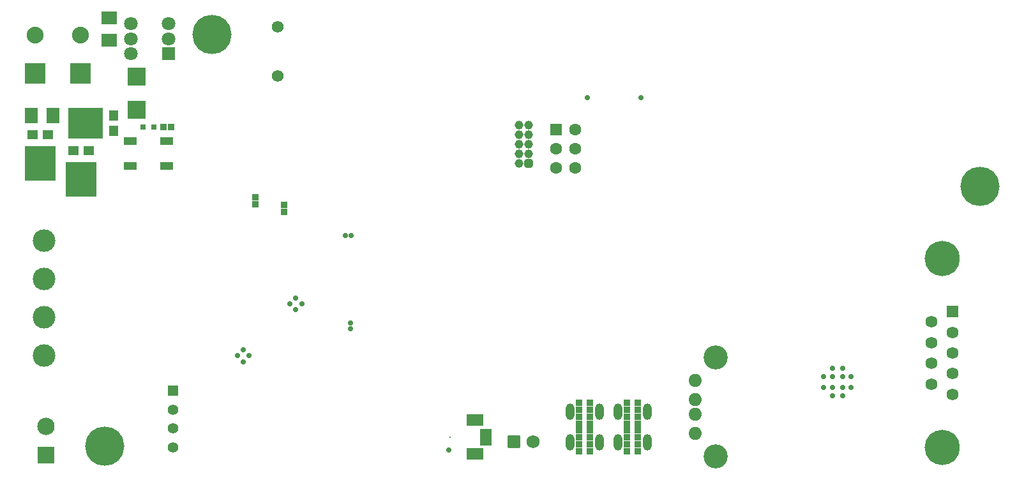
<source format=gbs>
G04*
G04 #@! TF.GenerationSoftware,Altium Limited,Altium Designer,21.9.1 (22)*
G04*
G04 Layer_Color=16711935*
%FSLAX25Y25*%
%MOIN*%
G70*
G04*
G04 #@! TF.SameCoordinates,D67FD960-D183-44D8-A287-F522006B6830*
G04*
G04*
G04 #@! TF.FilePolarity,Negative*
G04*
G01*
G75*
%ADD77R,0.03556X0.03359*%
%ADD86R,0.03241X0.03398*%
%ADD97R,0.06706X0.04343*%
%ADD105R,0.06902X0.08280*%
%ADD110R,0.08280X0.06902*%
%ADD113O,0.04343X0.08674*%
%ADD114R,0.03241X0.03241*%
%ADD115C,0.18399*%
%ADD116R,0.06265X0.06265*%
%ADD117C,0.06265*%
%ADD118C,0.06265*%
%ADD119C,0.20485*%
G04:AMPARAMS|DCode=120|XSize=45.4mil|YSize=45.4mil|CornerRadius=13.35mil|HoleSize=0mil|Usage=FLASHONLY|Rotation=90.000|XOffset=0mil|YOffset=0mil|HoleType=Round|Shape=RoundedRectangle|*
%AMROUNDEDRECTD120*
21,1,0.04540,0.01870,0,0,90.0*
21,1,0.01870,0.04540,0,0,90.0*
1,1,0.02670,0.00935,0.00935*
1,1,0.02670,0.00935,-0.00935*
1,1,0.02670,-0.00935,-0.00935*
1,1,0.02670,-0.00935,0.00935*
%
%ADD120ROUNDEDRECTD120*%
%ADD121C,0.04540*%
%ADD122R,0.08674X0.05918*%
%ADD123R,0.05918X0.08674*%
%ADD124C,0.00800*%
%ADD125C,0.06800*%
G04:AMPARAMS|DCode=126|XSize=68mil|YSize=68mil|CornerRadius=10mil|HoleSize=0mil|Usage=FLASHONLY|Rotation=0.000|XOffset=0mil|YOffset=0mil|HoleType=Round|Shape=RoundedRectangle|*
%AMROUNDEDRECTD126*
21,1,0.06800,0.04800,0,0,0.0*
21,1,0.04800,0.06800,0,0,0.0*
1,1,0.02000,0.02400,-0.02400*
1,1,0.02000,-0.02400,-0.02400*
1,1,0.02000,-0.02400,0.02400*
1,1,0.02000,0.02400,0.02400*
%
%ADD126ROUNDEDRECTD126*%
%ADD127C,0.12611*%
%ADD128O,0.07000X0.06800*%
%ADD129R,0.05512X0.05512*%
%ADD130C,0.05512*%
%ADD131R,0.10642X0.10642*%
%ADD132C,0.08800*%
%ADD133C,0.09068*%
%ADD134R,0.09068X0.09068*%
%ADD135C,0.11824*%
%ADD136C,0.07099*%
%ADD137R,0.07099X0.07099*%
%ADD138C,0.06200*%
%ADD139R,0.06312X0.06312*%
%ADD140C,0.06312*%
%ADD141C,0.02769*%
%ADD184R,0.03150X0.03150*%
%ADD186R,0.18307X0.16339*%
%ADD187R,0.04528X0.05709*%
%ADD188R,0.05709X0.04528*%
%ADD189R,0.16339X0.18307*%
%ADD195C,0.02800*%
%ADD196R,0.09265X0.09461*%
D77*
X81740Y-62000D02*
D03*
X78000D02*
D03*
D86*
X126000Y-102232D02*
D03*
Y-98768D02*
D03*
X141000Y-106232D02*
D03*
Y-102768D02*
D03*
D97*
X60354Y-82496D02*
D03*
Y-69504D02*
D03*
X79646D02*
D03*
Y-82496D02*
D03*
D105*
X20307Y-56000D02*
D03*
X8693D02*
D03*
D110*
X49500Y-16807D02*
D03*
Y-5193D02*
D03*
D113*
X330343Y-226602D02*
D03*
Y-210854D02*
D03*
X315146Y-226602D02*
D03*
Y-210854D02*
D03*
X305343D02*
D03*
Y-226602D02*
D03*
X290146Y-210854D02*
D03*
Y-226602D02*
D03*
D114*
X325500Y-231524D02*
D03*
Y-227783D02*
D03*
Y-224043D02*
D03*
Y-220500D02*
D03*
Y-216956D02*
D03*
Y-213413D02*
D03*
Y-209673D02*
D03*
Y-205932D02*
D03*
X319988D02*
D03*
Y-209673D02*
D03*
Y-213413D02*
D03*
Y-216956D02*
D03*
Y-220500D02*
D03*
Y-224043D02*
D03*
Y-227783D02*
D03*
Y-231524D02*
D03*
X300500D02*
D03*
Y-227783D02*
D03*
Y-224043D02*
D03*
Y-220500D02*
D03*
Y-216956D02*
D03*
Y-213413D02*
D03*
Y-209673D02*
D03*
Y-205932D02*
D03*
X294988D02*
D03*
Y-209673D02*
D03*
Y-213413D02*
D03*
Y-216956D02*
D03*
Y-220500D02*
D03*
Y-224043D02*
D03*
Y-227783D02*
D03*
Y-231524D02*
D03*
D115*
X484400Y-229200D02*
D03*
Y-130800D02*
D03*
D116*
X490000Y-158400D02*
D03*
D117*
Y-169200D02*
D03*
Y-180000D02*
D03*
Y-190800D02*
D03*
Y-201600D02*
D03*
D118*
X478800Y-163800D02*
D03*
Y-174600D02*
D03*
Y-185400D02*
D03*
Y-196200D02*
D03*
D119*
X47059Y-228594D02*
D03*
X103059Y-13595D02*
D03*
X504315Y-93094D02*
D03*
D120*
X268500Y-81000D02*
D03*
D121*
X263500D02*
D03*
X268500Y-76000D02*
D03*
Y-71000D02*
D03*
X263500Y-76000D02*
D03*
Y-71000D02*
D03*
X268500Y-66000D02*
D03*
Y-61000D02*
D03*
X263500Y-66000D02*
D03*
Y-61000D02*
D03*
D122*
X240543Y-215142D02*
D03*
Y-232858D02*
D03*
D123*
X246055Y-224000D02*
D03*
D124*
X227551D02*
D03*
D125*
X271000Y-226500D02*
D03*
D126*
X261000D02*
D03*
D127*
X366169Y-182354D02*
D03*
Y-234087D02*
D03*
D128*
X355500Y-204283D02*
D03*
Y-222000D02*
D03*
Y-194441D02*
D03*
Y-212158D02*
D03*
D129*
X83000Y-199815D02*
D03*
D130*
Y-209658D02*
D03*
Y-219500D02*
D03*
Y-229343D02*
D03*
D131*
X11000Y-34000D02*
D03*
X34500D02*
D03*
D132*
X11000Y-14000D02*
D03*
X34500D02*
D03*
D133*
X16500Y-218500D02*
D03*
D134*
Y-233500D02*
D03*
D135*
X15560Y-181501D02*
D03*
Y-161501D02*
D03*
Y-141501D02*
D03*
Y-121501D02*
D03*
D136*
X60815Y-23748D02*
D03*
Y-15874D02*
D03*
Y-8000D02*
D03*
X80500Y-15874D02*
D03*
Y-8000D02*
D03*
D137*
X80499Y-23748D02*
D03*
D138*
X137559Y-35394D02*
D03*
Y-9799D02*
D03*
D139*
X283000Y-63500D02*
D03*
D140*
X293000D02*
D03*
X283000Y-73500D02*
D03*
X293000D02*
D03*
X283000Y-83500D02*
D03*
X293000D02*
D03*
D141*
X172883Y-118661D02*
D03*
X175500Y-167469D02*
D03*
X175852Y-118661D02*
D03*
X175500Y-164500D02*
D03*
X226750Y-230750D02*
D03*
X437000Y-197894D02*
D03*
Y-192500D02*
D03*
X432512Y-197894D02*
D03*
X422630Y-192500D02*
D03*
X432512Y-202382D02*
D03*
X427118D02*
D03*
Y-188012D02*
D03*
X432512D02*
D03*
Y-192500D02*
D03*
X422630Y-197894D02*
D03*
X427118D02*
D03*
Y-192500D02*
D03*
X119500Y-178350D02*
D03*
Y-184650D02*
D03*
X122650Y-181500D02*
D03*
X116350D02*
D03*
X147000Y-157500D02*
D03*
Y-151201D02*
D03*
X150150Y-154350D02*
D03*
X143850D02*
D03*
D184*
X67047Y-62000D02*
D03*
X72953D02*
D03*
D186*
X37063Y-60000D02*
D03*
D187*
X51827Y-56122D02*
D03*
Y-63878D02*
D03*
D188*
X38756Y-74500D02*
D03*
X31000D02*
D03*
X17378Y-66173D02*
D03*
X9622D02*
D03*
D189*
X34878Y-89264D02*
D03*
X13500Y-80937D02*
D03*
D195*
X299059Y-46595D02*
D03*
X327059D02*
D03*
D196*
X64000Y-53161D02*
D03*
Y-35839D02*
D03*
M02*

</source>
